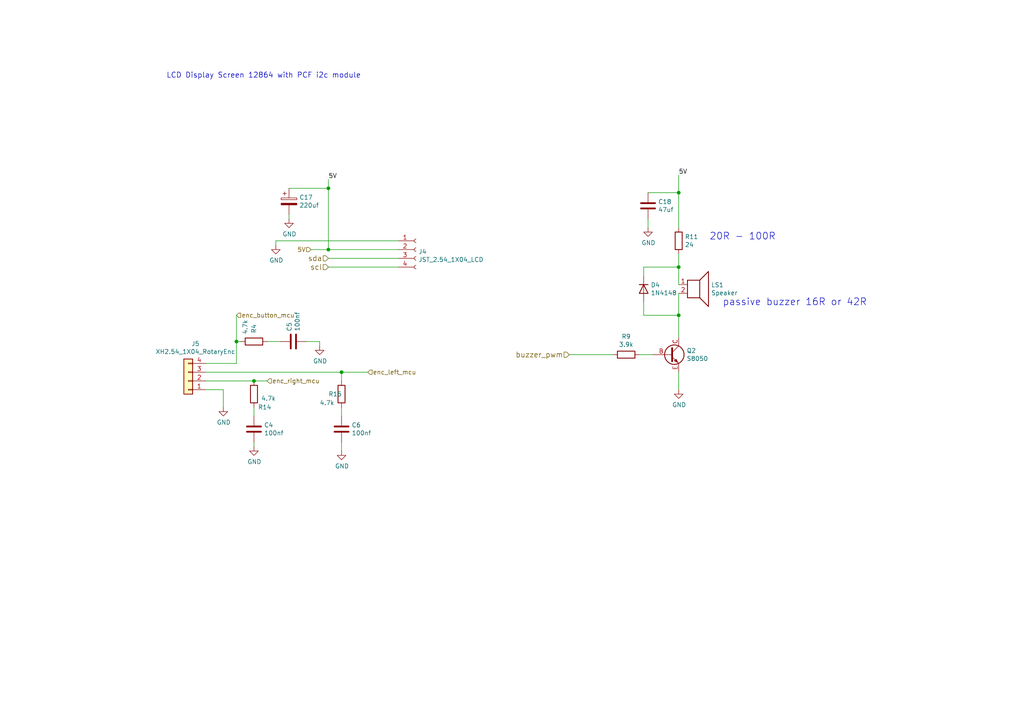
<source format=kicad_sch>
(kicad_sch (version 20211123) (generator eeschema)
  (paper "A4")
  (lib_symbols
    (symbol "Connector:Conn_01x04_Female" (pin_names (offset 1.016) hide)
      (property "Reference" "J" (at 0 5.08 0))
      (property "Value" "Conn_01x04_Female" (at 0 -7.62 0))
      (symbol "Conn_01x04_Female_1_1"
        (arc (start 0 -4.572) (mid -0.508 -5.08) (end 0 -5.588) (stroke (width 0.1524)))
        (arc (start 0 -2.032) (mid -0.508 -2.54) (end 0 -3.048) (stroke (width 0.1524)))
        (polyline (pts (xy -1.27 -5.08) (xy -0.508 -5.08)) (stroke (width 0.1524)))
        (polyline (pts (xy -1.27 -2.54) (xy -0.508 -2.54)) (stroke (width 0.1524)))
        (polyline (pts (xy -1.27 0) (xy -0.508 0)) (stroke (width 0.1524)))
        (polyline (pts (xy -1.27 2.54) (xy -0.508 2.54)) (stroke (width 0.1524)))
        (arc (start 0 0.508) (mid -0.508 0) (end 0 -0.508) (stroke (width 0.1524)))
        (arc (start 0 3.048) (mid -0.508 2.54) (end 0 2.032) (stroke (width 0.1524)))
        (pin passive line (at -5.08 2.54 0) (length 3.81) (name "Pin_1") (number "1"))
        (pin passive line (at -5.08 0 0) (length 3.81) (name "Pin_2") (number "2"))
        (pin passive line (at -5.08 -2.54 0) (length 3.81) (name "Pin_3") (number "3"))
        (pin passive line (at -5.08 -5.08 0) (length 3.81) (name "Pin_4") (number "4"))
      )
    )
    (symbol "Connector_Generic:Conn_01x04" (pin_names (offset 1.016) hide)
      (property "Reference" "J" (at 0 5.08 0))
      (property "Value" "Conn_01x04" (at 0 -7.62 0))
      (symbol "Conn_01x04_1_1"
        (rectangle (start -1.27 -4.953) (end 0 -5.207) (stroke (width 0.1524)))
        (rectangle (start -1.27 -2.413) (end 0 -2.667) (stroke (width 0.1524)))
        (rectangle (start -1.27 0.127) (end 0 -0.127) (stroke (width 0.1524)))
        (rectangle (start -1.27 2.667) (end 0 2.413) (stroke (width 0.1524)))
        (rectangle (start -1.27 3.81) (end 1.27 -6.35) (stroke (width 0.254)) (fill (type background)))
        (pin passive line (at -5.08 2.54 0) (length 3.81) (name "Pin_1") (number "1"))
        (pin passive line (at -5.08 0 0) (length 3.81) (name "Pin_2") (number "2"))
        (pin passive line (at -5.08 -2.54 0) (length 3.81) (name "Pin_3") (number "3"))
        (pin passive line (at -5.08 -5.08 0) (length 3.81) (name "Pin_4") (number "4"))
      )
    )
    (symbol "Device:C" (pin_numbers hide) (pin_names (offset 0.254))
      (property "Reference" "C" (at 0.635 2.54 0))
      (property "Value" "C" (at 0.635 -2.54 0))
      (symbol "C_0_1"
        (polyline (pts (xy -2.032 -0.762) (xy 2.032 -0.762)) (stroke (width 0.508)))
        (polyline (pts (xy -2.032 0.762) (xy 2.032 0.762)) (stroke (width 0.508)))
      )
      (symbol "C_1_1"
        (pin passive line (at 0 3.81 270) (length 2.794) (name "~") (number "1"))
        (pin passive line (at 0 -3.81 90) (length 2.794) (name "~") (number "2"))
      )
    )
    (symbol "Device:R" (pin_numbers hide) (pin_names (offset 0))
      (property "Reference" "R" (at 2.032 0 90))
      (property "Value" "R" (at 0 0 90))
      (symbol "R_0_1"
        (rectangle (start -1.016 -2.54) (end 1.016 2.54) (stroke (width 0.254)))
      )
      (symbol "R_1_1"
        (pin passive line (at 0 3.81 270) (length 1.27) (name "~") (number "1"))
        (pin passive line (at 0 -3.81 90) (length 1.27) (name "~") (number "2"))
      )
    )
    (symbol "Device:Speaker" (pin_names (offset 0) hide)
      (property "Reference" "LS" (at 1.27 5.715 0))
      (property "Value" "Speaker" (at 1.27 3.81 0))
      (symbol "Speaker_0_0"
        (rectangle (start -2.54 1.27) (end 1.016 -3.81) (stroke (width 0.254)))
        (polyline (pts (xy 1.016 1.27) (xy 3.556 3.81) (xy 3.556 -6.35) (xy 1.016 -3.81)) (stroke (width 0.254)))
      )
      (symbol "Speaker_1_1"
        (pin input line (at -5.08 0 0) (length 2.54) (name "1") (number "1"))
        (pin input line (at -5.08 -2.54 0) (length 2.54) (name "2") (number "2"))
      )
    )
    (symbol "Diode:LL4148" (pin_numbers hide) (pin_names (offset 1.016) hide)
      (property "Reference" "D" (at 0 2.54 0))
      (property "Value" "LL4148" (at 0 -2.54 0))
      (symbol "LL4148_0_1"
        (polyline (pts (xy -1.27 1.27) (xy -1.27 -1.27)) (stroke (width 0.254)))
        (polyline (pts (xy 1.27 0) (xy -1.27 0)))
        (polyline (pts (xy 1.27 1.27) (xy 1.27 -1.27) (xy -1.27 0) (xy 1.27 1.27)) (stroke (width 0.254)))
      )
      (symbol "LL4148_1_1"
        (pin passive line (at -3.81 0 0) (length 2.54) (name "K") (number "1"))
        (pin passive line (at 3.81 0 180) (length 2.54) (name "A") (number "2"))
      )
    )
    (symbol "mySymbolLibrary:S8050" (pin_names (offset 0) hide)
      (property "Reference" "Q" (at 5.08 1.905 0))
      (property "Value" "S8050" (at 5.08 0 0))
      (symbol "S8050_0_1"
        (polyline (pts (xy 0 0) (xy 0.635 0)))
        (polyline (pts (xy 0.635 0.635) (xy 2.54 2.54)))
        (polyline (pts (xy 0.635 -0.635) (xy 2.54 -2.54) (xy 2.54 -2.54)))
        (polyline (pts (xy 0.635 1.905) (xy 0.635 -1.905) (xy 0.635 -1.905)) (stroke (width 0.508)))
        (polyline (pts (xy 1.27 -1.778) (xy 1.778 -1.27) (xy 2.286 -2.286) (xy 1.27 -1.778) (xy 1.27 -1.778)) (fill (type outline)))
        (circle (center 1.27 0) (radius 2.8194) (stroke (width 0.254)))
      )
      (symbol "S8050_1_1"
        (pin input line (at -5.08 0 0) (length 5.08) (name "B") (number "B"))
        (pin passive line (at 2.54 5.08 270) (length 2.54) (name "C") (number "C"))
        (pin passive line (at 2.54 -5.08 90) (length 2.54) (name "E") (number "E"))
      )
    )
    (symbol "pid_smt_oven-rescue:CP-Device" (pin_numbers hide) (pin_names (offset 0.254))
      (property "Reference" "C" (at 0.635 2.54 0))
      (property "Value" "CP-Device" (at 0.635 -2.54 0))
      (symbol "CP-Device_0_1"
        (rectangle (start -2.286 0.508) (end 2.286 1.016))
        (polyline (pts (xy -1.778 2.286) (xy -0.762 2.286)))
        (polyline (pts (xy -1.27 2.794) (xy -1.27 1.778)))
        (rectangle (start 2.286 -0.508) (end -2.286 -1.016) (fill (type outline)))
      )
      (symbol "CP-Device_1_1"
        (pin passive line (at 0 3.81 270) (length 2.794) (name "~") (number "1"))
        (pin passive line (at 0 -3.81 90) (length 2.794) (name "~") (number "2"))
      )
    )
    (symbol "power:GND" (power) (pin_names (offset 0))
      (property "Value" "GND" (at 0 -3.81 0))
      (symbol "GND_0_1"
        (polyline (pts (xy 0 0) (xy 0 -1.27) (xy 1.27 -1.27) (xy 0 -2.54) (xy -1.27 -1.27) (xy 0 -1.27)))
      )
      (symbol "GND_1_1"
        (pin power_in line (at 0 0 270) (length 0) hide (name "GND") (number "1"))
      )
    )
  )
  (junction (at 95.25 54.61))
  (junction (at 95.25 72.39))
  (junction (at 73.66 110.49))
  (junction (at 196.85 55.88))
  (junction (at 196.85 77.47))
  (junction (at 196.85 91.44))
  (junction (at 99.06 107.95))
  (junction (at 68.58 99.06))
  (wire (pts (xy 186.69 87.63) (xy 186.69 91.44)))
  (wire (pts (xy 68.58 99.06) (xy 68.58 105.41)))
  (wire (pts (xy 196.85 55.88) (xy 196.85 66.04)))
  (wire (pts (xy 95.25 72.39) (xy 115.57 72.39)))
  (wire (pts (xy 196.85 85.09) (xy 196.85 91.44)))
  (wire (pts (xy 99.06 118.11) (xy 99.06 120.65)))
  (wire (pts (xy 92.71 100.33) (xy 92.71 99.06)))
  (wire (pts (xy 186.69 80.01) (xy 186.69 77.47)))
  (wire (pts (xy 68.58 91.44) (xy 68.58 99.06)))
  (wire (pts (xy 196.85 91.44) (xy 196.85 97.79)))
  (wire (pts (xy 186.69 91.44) (xy 196.85 91.44)))
  (wire (pts (xy 83.82 62.23) (xy 83.82 63.5)))
  (wire (pts (xy 165.1 102.87) (xy 177.8 102.87)))
  (wire (pts (xy 95.25 77.47) (xy 115.57 77.47)))
  (wire (pts (xy 69.85 99.06) (xy 68.58 99.06)))
  (wire (pts (xy 73.66 110.49) (xy 77.47 110.49)))
  (wire (pts (xy 81.28 99.06) (xy 77.47 99.06)))
  (wire (pts (xy 80.01 69.85) (xy 115.57 69.85)))
  (wire (pts (xy 99.06 128.27) (xy 99.06 130.81)))
  (wire (pts (xy 92.71 99.06) (xy 88.9 99.06)))
  (wire (pts (xy 59.69 107.95) (xy 99.06 107.95)))
  (wire (pts (xy 185.42 102.87) (xy 189.23 102.87)))
  (wire (pts (xy 186.69 77.47) (xy 196.85 77.47)))
  (wire (pts (xy 95.25 54.61) (xy 95.25 72.39)))
  (wire (pts (xy 196.85 77.47) (xy 196.85 82.55)))
  (wire (pts (xy 196.85 73.66) (xy 196.85 77.47)))
  (wire (pts (xy 196.85 50.8) (xy 196.85 55.88)))
  (wire (pts (xy 73.66 129.54) (xy 73.66 128.27)))
  (wire (pts (xy 196.85 107.95) (xy 196.85 113.03)))
  (wire (pts (xy 99.06 110.49) (xy 99.06 107.95)))
  (wire (pts (xy 99.06 107.95) (xy 106.68 107.95)))
  (wire (pts (xy 59.69 110.49) (xy 73.66 110.49)))
  (wire (pts (xy 64.77 113.03) (xy 64.77 118.11)))
  (wire (pts (xy 90.17 72.39) (xy 95.25 72.39)))
  (wire (pts (xy 73.66 118.11) (xy 73.66 120.65)))
  (wire (pts (xy 95.25 52.07) (xy 95.25 54.61)))
  (wire (pts (xy 80.01 71.12) (xy 80.01 69.85)))
  (wire (pts (xy 187.96 66.04) (xy 187.96 63.5)))
  (wire (pts (xy 83.82 54.61) (xy 95.25 54.61)))
  (wire (pts (xy 187.96 55.88) (xy 196.85 55.88)))
  (wire (pts (xy 95.25 74.93) (xy 115.57 74.93)))
  (wire (pts (xy 59.69 113.03) (xy 64.77 113.03)))
  (wire (pts (xy 59.69 105.41) (xy 68.58 105.41)))
  (text "passive buzzer 16R or 42R" (at 209.55 88.9 0) (effects (font (size 2.0066 2.0066)) (justify left bottom)))
  (text "LCD Display Screen 12864 with PCF i2c module" (at 48.26 22.86 0) (effects (font (size 1.524 1.524)) (justify left bottom)))
  (text "20R - 100R" (at 205.74 69.85 0) (effects (font (size 2.0066 2.0066)) (justify left bottom)))
  (label "5V" (at 196.85 50.8 0))
  (label "5V" (at 95.25 52.07 0))
  (hierarchical_label "scl" (shape input) (at 95.25 77.47 180) (effects (font (size 1.524 1.524))))
  (hierarchical_label "enc_left_mcu" (shape input) (at 106.68 107.95 0))
  (hierarchical_label "buzzer_pwm" (shape input) (at 165.1 102.87 180) (effects (font (size 1.524 1.524))))
  (hierarchical_label "enc_button_mcu" (shape input) (at 68.58 91.44 0))
  (hierarchical_label "sda" (shape input) (at 95.25 74.93 180) (effects (font (size 1.524 1.524))))
  (hierarchical_label "5V" (shape input) (at 90.17 72.39 180))
  (hierarchical_label "enc_right_mcu" (shape input) (at 77.47 110.49 0))
  (symbol (lib_id "Connector:Conn_01x04_Female") (at 120.65 72.39 0) (unit 1)
    (property "Reference" "J4" (at 121.3612 72.9996 0) (effects (justify left)))
    (property "Value" "JST_2.54_1X04_LCD" (at 121.3612 75.311 0) (effects (justify left)))
    (property "Footprint" "myFootPrintLibs:Molex_KK-254_AE-6410-04A_1x04_P2.54mm_Vertical" (effects hide))
  )
  (symbol (lib_id "power:GND") (at 80.01 71.12 0) (unit 1)
    (property "Reference" "#PWR021" (effects hide))
    (property "Value" "GND" (at 80.137 75.5142 0))
  )
  (symbol (lib_id "mySymbolLibrary:S8050") (at 194.31 102.87 0) (unit 1)
    (property "Reference" "Q2" (at 199.136 101.7016 0) (effects (justify left)))
    (property "Value" "S8050" (at 199.136 104.013 0) (effects (justify left)))
    (property "Footprint" "myFootPrintLibs:SOT-23_PNP_NPN" (effects hide))
    (property "Datasheet" "http://www.unisonic.com.tw/datasheet/S8050.pdf" (effects hide))
  )
  (symbol (lib_id "Device:Speaker") (at 201.93 82.55 0) (unit 1)
    (property "Reference" "LS1" (at 206.248 82.6516 0) (effects (justify left)))
    (property "Value" "Speaker" (at 206.248 84.963 0) (effects (justify left)))
    (property "Footprint" "myFootPrintLibs:Buzzer_9x4.2" (effects hide))
  )
  (symbol (lib_id "power:GND") (at 187.96 66.04 0) (unit 1)
    (property "Reference" "#PWR027" (effects hide))
    (property "Value" "GND" (at 188.087 70.4342 0))
  )
  (symbol (lib_id "Device:R") (at 196.85 69.85 0) (unit 1)
    (property "Reference" "R11" (at 198.628 68.6816 0) (effects (justify left)))
    (property "Value" "24" (at 198.628 70.993 0) (effects (justify left)))
    (property "Footprint" "myFootPrintLibs:R_C_0805_2012Metric_Pad1.20x1.50mm_HandSolder" (effects hide))
  )
  (symbol (lib_id "Device:R") (at 181.61 102.87 270) (unit 1)
    (property "Reference" "R9" (at 181.61 97.6122 90))
    (property "Value" "3.9k" (at 181.61 99.9236 90))
    (property "Footprint" "myFootPrintLibs:R_C_0805_2012Metric_Pad1.20x1.50mm_HandSolder" (effects hide))
  )
  (symbol (lib_id "Diode:LL4148") (at 186.69 83.82 270) (unit 1)
    (property "Reference" "D4" (at 188.722 82.6516 90) (effects (justify left)))
    (property "Value" "1N4148" (at 188.722 84.963 90) (effects (justify left)))
    (property "Footprint" "myFootPrintLibs:D_MiniMELF_Handsoldering_Zener" (effects hide))
    (property "Datasheet" "https://assets.nexperia.com/documents/data-sheet/1N4148_1N4448.pdf" (effects hide))
  )
  (symbol (lib_id "pid_smt_oven-rescue:CP-Device") (at 83.82 58.42 0) (unit 1)
    (property "Reference" "C17" (at 86.8172 57.2516 0) (effects (justify left)))
    (property "Value" "220uf" (at 86.8172 59.563 0) (effects (justify left)))
    (property "Footprint" "myFootPrintLibs:CP_EIA-7343-20_Kemet-V_Pad2.25x2.55mm_HandSolder" (effects hide))
  )
  (symbol (lib_id "power:GND") (at 83.82 63.5 0) (unit 1)
    (property "Reference" "#PWR030" (effects hide))
    (property "Value" "GND" (at 83.947 67.8942 0))
  )
  (symbol (lib_id "Device:C") (at 187.96 59.69 0) (unit 1)
    (property "Reference" "C18" (at 190.881 58.5216 0) (effects (justify left)))
    (property "Value" "47uf" (at 190.881 60.833 0) (effects (justify left)))
    (property "Footprint" "myFootPrintLibs:R_C_0805_2012Metric_Pad1.20x1.50mm_HandSolder" (effects hide))
  )
  (symbol (lib_id "power:GND") (at 196.85 113.03 0) (unit 1)
    (property "Reference" "#PWR031" (effects hide))
    (property "Value" "GND" (at 196.977 117.4242 0))
  )
  (symbol (lib_id "Connector_Generic:Conn_01x04") (at 54.61 110.49 180) (unit 1)
    (property "Reference" "J5" (at 56.6928 99.695 0))
    (property "Value" "XH2.54_1X04_RotaryEnc" (at 56.6928 102.0064 0))
    (property "Footprint" "myFootPrintLibs:JST_XH_1x04_P2.54mm_Vertical" (effects hide))
  )
  (symbol (lib_id "power:GND") (at 64.77 118.11 0) (unit 1)
    (property "Reference" "#PWR0108" (effects hide))
    (property "Value" "GND" (at 64.897 122.5042 0))
  )
  (symbol (lib_id "Device:R") (at 99.06 114.3 0) (unit 1)
    (property "Reference" "R15" (at 95.25 114.3 0) (effects (justify left)))
    (property "Value" "4.7k" (at 92.71 116.84 0) (effects (justify left)))
    (property "Footprint" "myFootPrintLibs:R_C_0805_2012Metric_Pad1.20x1.50mm_HandSolder" (effects hide))
  )
  (symbol (lib_id "Device:R") (at 73.66 99.06 270) (unit 1)
    (property "Reference" "R4" (at 73.66 93.98 0) (effects (justify left)))
    (property "Value" "4.7k" (at 71.12 92.71 0) (effects (justify left)))
    (property "Footprint" "myFootPrintLibs:R_C_0805_2012Metric_Pad1.20x1.50mm_HandSolder" (effects hide))
  )
  (symbol (lib_id "Device:R") (at 73.66 114.3 180) (unit 1)
    (property "Reference" "R14" (at 78.74 118.11 0) (effects (justify left)))
    (property "Value" "4.7k" (at 80.01 115.57 0) (effects (justify left)))
    (property "Footprint" "myFootPrintLibs:R_C_0805_2012Metric_Pad1.20x1.50mm_HandSolder" (effects hide))
  )
  (symbol (lib_id "Device:C") (at 85.09 99.06 90) (unit 1)
    (property "Reference" "C5" (at 83.9216 96.139 0) (effects (justify left)))
    (property "Value" "100nf" (at 86.233 96.139 0) (effects (justify left)))
    (property "Footprint" "myFootPrintLibs:R_C_0805_2012Metric_Pad1.20x1.50mm_HandSolder" (effects hide))
  )
  (symbol (lib_id "power:GND") (at 92.71 100.33 0) (unit 1)
    (property "Reference" "#PWR0105" (effects hide))
    (property "Value" "GND" (at 92.837 104.7242 0))
  )
  (symbol (lib_id "Device:C") (at 73.66 124.46 0) (unit 1)
    (property "Reference" "C4" (at 76.581 123.2916 0) (effects (justify left)))
    (property "Value" "100nf" (at 76.581 125.603 0) (effects (justify left)))
    (property "Footprint" "myFootPrintLibs:R_C_0805_2012Metric_Pad1.20x1.50mm_HandSolder" (effects hide))
  )
  (symbol (lib_id "power:GND") (at 73.66 129.54 0) (unit 1)
    (property "Reference" "#PWR0106" (effects hide))
    (property "Value" "GND" (at 73.787 133.9342 0))
  )
  (symbol (lib_id "Device:C") (at 99.06 124.46 0) (unit 1)
    (property "Reference" "C6" (at 101.981 123.2916 0) (effects (justify left)))
    (property "Value" "100nf" (at 101.981 125.603 0) (effects (justify left)))
    (property "Footprint" "myFootPrintLibs:R_C_0805_2012Metric_Pad1.20x1.50mm_HandSolder" (effects hide))
  )
  (symbol (lib_id "power:GND") (at 99.06 130.81 0) (unit 1)
    (property "Reference" "#PWR0109" (effects hide))
    (property "Value" "GND" (at 99.187 135.2042 0))
  )
)
</source>
